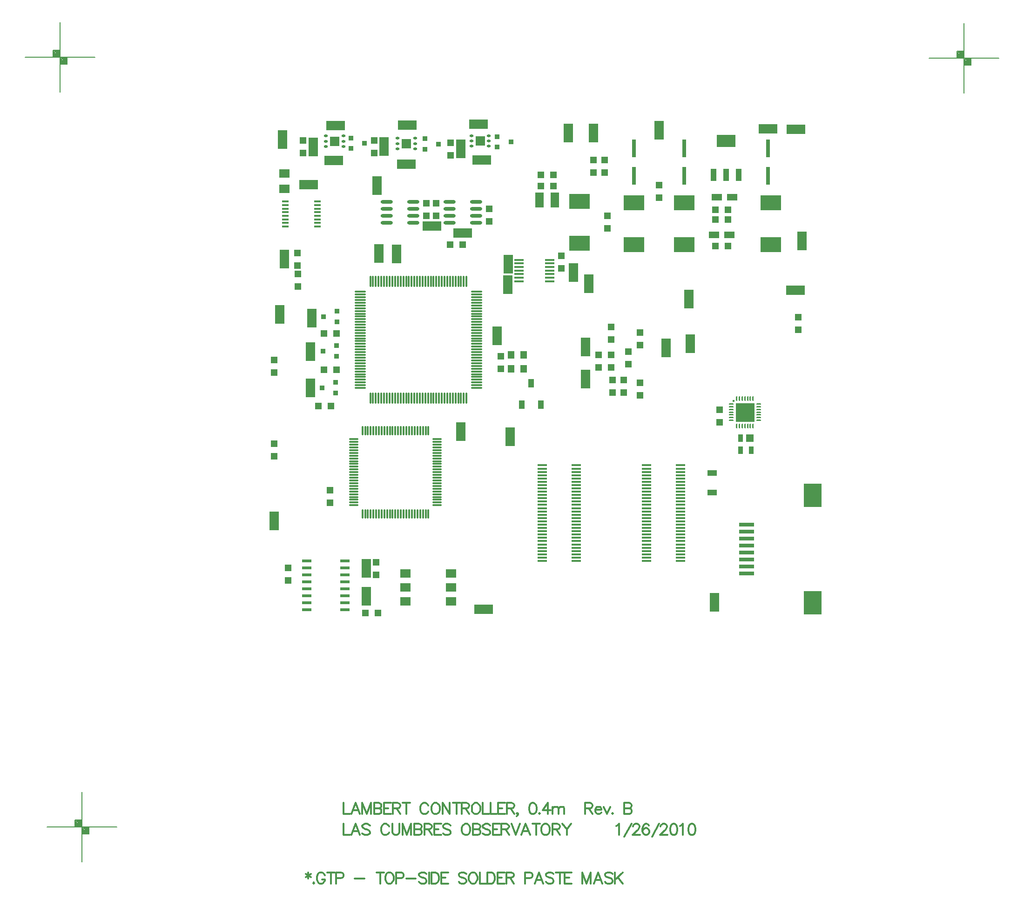
<source format=gtp>
%FSLAX23Y23*%
%MOIN*%
G70*
G01*
G75*
G04 Layer_Color=8421504*
%ADD10R,0.070X0.135*%
%ADD11R,0.067X0.014*%
%ADD12R,0.050X0.015*%
%ADD13R,0.039X0.059*%
%ADD14R,0.050X0.050*%
%ADD15R,0.035X0.053*%
%ADD16R,0.053X0.053*%
%ADD17R,0.050X0.050*%
%ADD18O,0.087X0.024*%
%ADD19R,0.135X0.070*%
%ADD20R,0.030X0.125*%
%ADD21R,0.078X0.048*%
%ADD22R,0.067X0.040*%
%ADD23R,0.037X0.035*%
%ADD24R,0.037X0.035*%
%ADD25R,0.065X0.012*%
%ADD26R,0.065X0.024*%
%ADD27R,0.075X0.063*%
%ADD28R,0.063X0.106*%
%ADD29R,0.150X0.110*%
%ADD30O,0.028X0.018*%
%ADD31R,0.067X0.067*%
%ADD32R,0.125X0.170*%
%ADD33R,0.110X0.030*%
%ADD34O,0.083X0.012*%
%ADD35O,0.012X0.083*%
%ADD36R,0.138X0.085*%
%ADD37R,0.043X0.085*%
%ADD38R,0.043X0.085*%
%ADD39R,0.047X0.055*%
%ADD40O,0.012X0.071*%
%ADD41O,0.071X0.012*%
%ADD42R,0.075X0.059*%
%ADD43R,0.017X0.017*%
%ADD44R,0.134X0.134*%
%ADD45O,0.010X0.035*%
%ADD46O,0.035X0.010*%
%ADD47C,0.010*%
%ADD48C,0.040*%
%ADD49C,0.075*%
%ADD50C,0.005*%
%ADD51C,0.020*%
%ADD52C,0.012*%
%ADD53C,0.008*%
%ADD54C,0.012*%
%ADD55C,0.012*%
%ADD56C,0.080*%
%ADD57R,0.080X0.080*%
%ADD58C,0.067*%
%ADD59C,0.060*%
%ADD60C,0.020*%
%ADD61C,0.059*%
%ADD62R,0.059X0.059*%
%ADD63C,0.157*%
%ADD64C,0.079*%
%ADD65C,0.087*%
%ADD66R,0.087X0.087*%
%ADD67C,0.250*%
%ADD68R,0.062X0.062*%
%ADD69C,0.062*%
%ADD70C,0.030*%
%ADD71C,0.024*%
%ADD72C,0.028*%
G04:AMPARAMS|DCode=73|XSize=100mil|YSize=100mil|CornerRadius=0mil|HoleSize=0mil|Usage=FLASHONLY|Rotation=0.000|XOffset=0mil|YOffset=0mil|HoleType=Round|Shape=Relief|Width=10mil|Gap=10mil|Entries=4|*
%AMTHD73*
7,0,0,0.100,0.080,0.010,45*
%
%ADD73THD73*%
%ADD74C,0.044*%
%ADD75C,0.059*%
%ADD76C,0.050*%
%ADD77C,0.030*%
%ADD78C,0.055*%
%ADD79C,0.111*%
%ADD80C,0.056*%
%ADD81C,0.147*%
%ADD82C,0.067*%
%ADD83C,0.140*%
%ADD84C,0.055*%
%ADD85C,0.036*%
%ADD86C,0.071*%
%ADD87C,0.130*%
%ADD88C,0.103*%
G04:AMPARAMS|DCode=89|XSize=70mil|YSize=70mil|CornerRadius=0mil|HoleSize=0mil|Usage=FLASHONLY|Rotation=0.000|XOffset=0mil|YOffset=0mil|HoleType=Round|Shape=Relief|Width=10mil|Gap=10mil|Entries=4|*
%AMTHD89*
7,0,0,0.070,0.050,0.010,45*
%
%ADD89THD89*%
%ADD90C,0.033*%
G04:AMPARAMS|DCode=91|XSize=90mil|YSize=90mil|CornerRadius=0mil|HoleSize=0mil|Usage=FLASHONLY|Rotation=0.000|XOffset=0mil|YOffset=0mil|HoleType=Round|Shape=Relief|Width=10mil|Gap=10mil|Entries=4|*
%AMTHD91*
7,0,0,0.090,0.070,0.010,45*
%
%ADD91THD91*%
G04:AMPARAMS|DCode=92|XSize=95.433mil|YSize=95.433mil|CornerRadius=0mil|HoleSize=0mil|Usage=FLASHONLY|Rotation=0.000|XOffset=0mil|YOffset=0mil|HoleType=Round|Shape=Relief|Width=10mil|Gap=10mil|Entries=4|*
%AMTHD92*
7,0,0,0.095,0.075,0.010,45*
%
%ADD92THD92*%
G04:AMPARAMS|DCode=93|XSize=150.551mil|YSize=150.551mil|CornerRadius=0mil|HoleSize=0mil|Usage=FLASHONLY|Rotation=0.000|XOffset=0mil|YOffset=0mil|HoleType=Round|Shape=Relief|Width=10mil|Gap=10mil|Entries=4|*
%AMTHD93*
7,0,0,0.151,0.131,0.010,45*
%
%ADD93THD93*%
G04:AMPARAMS|DCode=94|XSize=96.221mil|YSize=96.221mil|CornerRadius=0mil|HoleSize=0mil|Usage=FLASHONLY|Rotation=0.000|XOffset=0mil|YOffset=0mil|HoleType=Round|Shape=Relief|Width=10mil|Gap=10mil|Entries=4|*
%AMTHD94*
7,0,0,0.096,0.076,0.010,45*
%
%ADD94THD94*%
G04:AMPARAMS|DCode=95|XSize=107.244mil|YSize=107.244mil|CornerRadius=0mil|HoleSize=0mil|Usage=FLASHONLY|Rotation=0.000|XOffset=0mil|YOffset=0mil|HoleType=Round|Shape=Relief|Width=10mil|Gap=10mil|Entries=4|*
%AMTHD95*
7,0,0,0.107,0.087,0.010,45*
%
%ADD95THD95*%
G04:AMPARAMS|DCode=96|XSize=180mil|YSize=180mil|CornerRadius=0mil|HoleSize=0mil|Usage=FLASHONLY|Rotation=0.000|XOffset=0mil|YOffset=0mil|HoleType=Round|Shape=Relief|Width=10mil|Gap=10mil|Entries=4|*
%AMTHD96*
7,0,0,0.180,0.160,0.010,45*
%
%ADD96THD96*%
G04:AMPARAMS|DCode=97|XSize=95mil|YSize=95mil|CornerRadius=0mil|HoleSize=0mil|Usage=FLASHONLY|Rotation=0.000|XOffset=0mil|YOffset=0mil|HoleType=Round|Shape=Relief|Width=10mil|Gap=10mil|Entries=4|*
%AMTHD97*
7,0,0,0.095,0.075,0.010,45*
%
%ADD97THD97*%
G04:AMPARAMS|DCode=98|XSize=75.748mil|YSize=75.748mil|CornerRadius=0mil|HoleSize=0mil|Usage=FLASHONLY|Rotation=0.000|XOffset=0mil|YOffset=0mil|HoleType=Round|Shape=Relief|Width=10mil|Gap=10mil|Entries=4|*
%AMTHD98*
7,0,0,0.076,0.056,0.010,45*
%
%ADD98THD98*%
G04:AMPARAMS|DCode=99|XSize=111.181mil|YSize=111.181mil|CornerRadius=0mil|HoleSize=0mil|Usage=FLASHONLY|Rotation=0.000|XOffset=0mil|YOffset=0mil|HoleType=Round|Shape=Relief|Width=10mil|Gap=10mil|Entries=4|*
%AMTHD99*
7,0,0,0.111,0.091,0.010,45*
%
%ADD99THD99*%
G04:AMPARAMS|DCode=100|XSize=73mil|YSize=73mil|CornerRadius=0mil|HoleSize=0mil|Usage=FLASHONLY|Rotation=0.000|XOffset=0mil|YOffset=0mil|HoleType=Round|Shape=Relief|Width=10mil|Gap=10mil|Entries=4|*
%AMTHD100*
7,0,0,0.073,0.053,0.010,45*
%
%ADD100THD100*%
%ADD101O,0.091X0.028*%
%ADD102R,0.048X0.078*%
%ADD103R,0.200X0.040*%
%ADD104R,0.200X0.150*%
%ADD105R,0.106X0.150*%
%ADD106R,0.086X0.060*%
%ADD107R,0.130X0.094*%
%ADD108R,0.098X0.268*%
%ADD109R,0.035X0.037*%
%ADD110R,0.035X0.037*%
%ADD111C,0.010*%
%ADD112C,0.010*%
%ADD113C,0.007*%
%ADD114C,0.008*%
%ADD115C,0.024*%
%ADD116C,0.012*%
%ADD117C,0.012*%
%ADD118C,0.007*%
%ADD119R,0.280X0.130*%
D10*
X20094Y14852D02*
D03*
X21726Y12723D02*
D03*
X21630Y13447D02*
D03*
X20296Y13074D02*
D03*
X20306Y13574D02*
D03*
X20296Y13334D02*
D03*
X22178Y13900D02*
D03*
X20786Y14036D02*
D03*
X20911Y14034D02*
D03*
X20035Y12119D02*
D03*
X22289Y13820D02*
D03*
X23187Y11537D02*
D03*
X23004Y13709D02*
D03*
X23015Y13388D02*
D03*
X20694Y11778D02*
D03*
X22140Y14901D02*
D03*
X22320D02*
D03*
X22841Y13360D02*
D03*
X20694Y11578D02*
D03*
X22264Y13136D02*
D03*
Y13366D02*
D03*
X20316Y14801D02*
D03*
X20822Y14803D02*
D03*
X21370Y14785D02*
D03*
X20107Y13995D02*
D03*
X21708Y13814D02*
D03*
X21710Y13960D02*
D03*
X21371Y12759D02*
D03*
X20772Y14522D02*
D03*
X22790Y14921D02*
D03*
X23815Y14126D02*
D03*
X20075Y13601D02*
D03*
D11*
X21954Y12518D02*
D03*
Y12494D02*
D03*
Y12471D02*
D03*
Y12447D02*
D03*
Y12423D02*
D03*
Y12400D02*
D03*
Y12376D02*
D03*
Y12353D02*
D03*
Y12329D02*
D03*
Y12305D02*
D03*
Y12282D02*
D03*
Y12258D02*
D03*
Y12235D02*
D03*
Y12211D02*
D03*
Y12187D02*
D03*
Y12164D02*
D03*
Y12140D02*
D03*
Y12116D02*
D03*
Y12093D02*
D03*
Y12069D02*
D03*
Y12046D02*
D03*
Y12022D02*
D03*
Y11998D02*
D03*
Y11975D02*
D03*
Y11951D02*
D03*
Y11927D02*
D03*
Y11904D02*
D03*
Y11880D02*
D03*
Y11857D02*
D03*
Y11833D02*
D03*
X22198D02*
D03*
Y11857D02*
D03*
Y11880D02*
D03*
Y11904D02*
D03*
Y11927D02*
D03*
Y11951D02*
D03*
Y11975D02*
D03*
Y11998D02*
D03*
Y12022D02*
D03*
Y12046D02*
D03*
Y12069D02*
D03*
Y12093D02*
D03*
Y12116D02*
D03*
Y12140D02*
D03*
Y12164D02*
D03*
Y12187D02*
D03*
Y12211D02*
D03*
Y12235D02*
D03*
Y12258D02*
D03*
Y12282D02*
D03*
Y12305D02*
D03*
Y12329D02*
D03*
Y12353D02*
D03*
Y12376D02*
D03*
Y12400D02*
D03*
Y12423D02*
D03*
Y12447D02*
D03*
Y12471D02*
D03*
Y12494D02*
D03*
Y12518D02*
D03*
X22702Y11833D02*
D03*
X22946Y12518D02*
D03*
Y12494D02*
D03*
Y12471D02*
D03*
Y12447D02*
D03*
Y12423D02*
D03*
Y12400D02*
D03*
Y12376D02*
D03*
Y12353D02*
D03*
Y12329D02*
D03*
Y12305D02*
D03*
Y12282D02*
D03*
Y12258D02*
D03*
Y12235D02*
D03*
Y12211D02*
D03*
Y12187D02*
D03*
Y12164D02*
D03*
Y12140D02*
D03*
Y12116D02*
D03*
Y12093D02*
D03*
Y12069D02*
D03*
Y12046D02*
D03*
Y12022D02*
D03*
Y11998D02*
D03*
Y11975D02*
D03*
Y11951D02*
D03*
Y11927D02*
D03*
Y11904D02*
D03*
Y11880D02*
D03*
Y11857D02*
D03*
Y11833D02*
D03*
X22702Y11857D02*
D03*
Y11880D02*
D03*
Y11904D02*
D03*
Y11927D02*
D03*
Y11951D02*
D03*
Y11975D02*
D03*
Y11998D02*
D03*
Y12022D02*
D03*
Y12046D02*
D03*
Y12069D02*
D03*
Y12093D02*
D03*
Y12116D02*
D03*
Y12140D02*
D03*
Y12164D02*
D03*
Y12187D02*
D03*
Y12211D02*
D03*
Y12235D02*
D03*
Y12258D02*
D03*
Y12282D02*
D03*
Y12305D02*
D03*
Y12329D02*
D03*
Y12353D02*
D03*
Y12376D02*
D03*
Y12400D02*
D03*
Y12423D02*
D03*
Y12447D02*
D03*
Y12471D02*
D03*
Y12494D02*
D03*
Y12518D02*
D03*
D12*
X20114Y14408D02*
D03*
Y14383D02*
D03*
Y14357D02*
D03*
Y14332D02*
D03*
Y14306D02*
D03*
Y14281D02*
D03*
Y14255D02*
D03*
Y14229D02*
D03*
X20344Y14408D02*
D03*
Y14383D02*
D03*
Y14357D02*
D03*
Y14332D02*
D03*
Y14306D02*
D03*
Y14281D02*
D03*
Y14255D02*
D03*
Y14229D02*
D03*
D13*
X21945Y12954D02*
D03*
X21876Y13107D02*
D03*
X21807Y12954D02*
D03*
D14*
X20752Y14847D02*
D03*
Y14757D02*
D03*
X21576Y14357D02*
D03*
Y14267D02*
D03*
X21196Y14307D02*
D03*
Y14397D02*
D03*
X21126D02*
D03*
Y14307D02*
D03*
X22420Y14306D02*
D03*
Y14216D02*
D03*
X23789Y13580D02*
D03*
Y13490D02*
D03*
X20034Y13183D02*
D03*
Y13273D02*
D03*
X22320Y14616D02*
D03*
Y14706D02*
D03*
X20764Y11823D02*
D03*
Y11733D02*
D03*
X22458Y13128D02*
D03*
Y13038D02*
D03*
X23226Y12917D02*
D03*
Y12827D02*
D03*
X22790Y14436D02*
D03*
Y14526D02*
D03*
X22400Y14706D02*
D03*
Y14616D02*
D03*
X20205Y13800D02*
D03*
Y13890D02*
D03*
X22448Y13308D02*
D03*
Y13218D02*
D03*
X22538Y13038D02*
D03*
Y13128D02*
D03*
X22654Y13381D02*
D03*
Y13471D02*
D03*
X22570Y13243D02*
D03*
Y13333D02*
D03*
X22358Y13218D02*
D03*
Y13308D02*
D03*
X22654Y13111D02*
D03*
Y13021D02*
D03*
X20242Y14845D02*
D03*
Y14755D02*
D03*
X21299Y14831D02*
D03*
Y14741D02*
D03*
X20203Y14040D02*
D03*
Y13950D02*
D03*
X21658Y13208D02*
D03*
Y13298D02*
D03*
X22448Y13418D02*
D03*
Y13508D02*
D03*
X20034Y12583D02*
D03*
Y12673D02*
D03*
X20134Y11783D02*
D03*
Y11693D02*
D03*
X20435Y12249D02*
D03*
Y12339D02*
D03*
X22091Y14019D02*
D03*
Y13929D02*
D03*
D15*
X23376Y12714D02*
D03*
Y12627D02*
D03*
X23451D02*
D03*
D16*
X23443Y12714D02*
D03*
D17*
X20351Y12944D02*
D03*
X20441D02*
D03*
X20391Y13204D02*
D03*
X20481D02*
D03*
X20391Y13464D02*
D03*
X20481D02*
D03*
X23285Y14091D02*
D03*
X23195D02*
D03*
Y14351D02*
D03*
X23285D02*
D03*
X23195Y14281D02*
D03*
X23285D02*
D03*
X22035Y14521D02*
D03*
X21945D02*
D03*
X22035Y14601D02*
D03*
X21945D02*
D03*
X20689Y11458D02*
D03*
X20779D02*
D03*
X21384Y14098D02*
D03*
X21294D02*
D03*
D18*
X21030Y14257D02*
D03*
Y14307D02*
D03*
Y14357D02*
D03*
Y14407D02*
D03*
X20841Y14257D02*
D03*
Y14307D02*
D03*
Y14357D02*
D03*
Y14407D02*
D03*
X21480Y14257D02*
D03*
Y14307D02*
D03*
Y14357D02*
D03*
Y14407D02*
D03*
X21291Y14257D02*
D03*
Y14307D02*
D03*
Y14357D02*
D03*
Y14407D02*
D03*
D19*
X21386Y14182D02*
D03*
X21166Y14232D02*
D03*
X20475Y14953D02*
D03*
X23773Y14927D02*
D03*
X23769Y13774D02*
D03*
X20461Y14704D02*
D03*
X20983Y14677D02*
D03*
X21521Y14707D02*
D03*
X21497Y14963D02*
D03*
X20988Y14955D02*
D03*
X23570Y14931D02*
D03*
X20282Y14528D02*
D03*
X21536Y11487D02*
D03*
D20*
X22970Y14593D02*
D03*
Y14789D02*
D03*
X22610Y14593D02*
D03*
Y14789D02*
D03*
X23570Y14593D02*
D03*
Y14789D02*
D03*
D21*
X23295Y14171D02*
D03*
X23185D02*
D03*
X23205Y14441D02*
D03*
X23315D02*
D03*
D22*
X23173Y12464D02*
D03*
Y12322D02*
D03*
D23*
X20682Y14825D02*
D03*
X20584Y14863D02*
D03*
X21730Y14835D02*
D03*
X21632Y14873D02*
D03*
X20387Y13584D02*
D03*
X20485Y13547D02*
D03*
X21212Y14820D02*
D03*
X21114Y14858D02*
D03*
X20385Y13337D02*
D03*
X20483Y13300D02*
D03*
X20377Y13074D02*
D03*
X20475Y13037D02*
D03*
D24*
X20584Y14788D02*
D03*
X21632Y14798D02*
D03*
X20485Y13622D02*
D03*
X21114Y14783D02*
D03*
X20483Y13375D02*
D03*
X20475Y13112D02*
D03*
D25*
X21789Y13990D02*
D03*
Y13965D02*
D03*
Y13939D02*
D03*
Y13913D02*
D03*
Y13888D02*
D03*
Y13862D02*
D03*
Y13837D02*
D03*
X22007Y13990D02*
D03*
Y13965D02*
D03*
Y13939D02*
D03*
Y13913D02*
D03*
Y13888D02*
D03*
Y13862D02*
D03*
Y13837D02*
D03*
D26*
X20541Y11483D02*
D03*
Y11533D02*
D03*
Y11583D02*
D03*
Y11633D02*
D03*
Y11683D02*
D03*
Y11733D02*
D03*
Y11783D02*
D03*
Y11833D02*
D03*
X20267Y11483D02*
D03*
Y11533D02*
D03*
Y11583D02*
D03*
Y11633D02*
D03*
Y11683D02*
D03*
Y11733D02*
D03*
Y11783D02*
D03*
Y11833D02*
D03*
D27*
X20107Y14608D02*
D03*
Y14498D02*
D03*
D28*
X21935Y14421D02*
D03*
X22045D02*
D03*
D29*
X22220Y14411D02*
D03*
Y14111D02*
D03*
X23590Y14401D02*
D03*
Y14101D02*
D03*
X22970Y14401D02*
D03*
Y14101D02*
D03*
X22610Y14401D02*
D03*
Y14101D02*
D03*
D30*
X20406Y14879D02*
D03*
Y14841D02*
D03*
Y14804D02*
D03*
X20532D02*
D03*
Y14841D02*
D03*
Y14879D02*
D03*
X20919Y14862D02*
D03*
Y14824D02*
D03*
Y14787D02*
D03*
X21045D02*
D03*
Y14824D02*
D03*
Y14862D02*
D03*
X21447Y14880D02*
D03*
Y14842D02*
D03*
Y14805D02*
D03*
X21573D02*
D03*
Y14842D02*
D03*
Y14880D02*
D03*
D31*
X20469Y14841D02*
D03*
X20982Y14824D02*
D03*
X21510Y14842D02*
D03*
D32*
X23892Y11533D02*
D03*
Y12303D02*
D03*
D33*
X23417Y11743D02*
D03*
Y11793D02*
D03*
Y11843D02*
D03*
Y11893D02*
D03*
Y11943D02*
D03*
Y11993D02*
D03*
Y12043D02*
D03*
Y12093D02*
D03*
D34*
X21485Y13762D02*
D03*
Y13742D02*
D03*
Y13723D02*
D03*
Y13703D02*
D03*
Y13683D02*
D03*
Y13664D02*
D03*
Y13644D02*
D03*
Y13624D02*
D03*
Y13604D02*
D03*
Y13585D02*
D03*
Y13565D02*
D03*
Y13545D02*
D03*
Y13526D02*
D03*
Y13506D02*
D03*
Y13486D02*
D03*
Y13467D02*
D03*
Y13447D02*
D03*
Y13427D02*
D03*
Y13408D02*
D03*
Y13388D02*
D03*
Y13368D02*
D03*
Y13349D02*
D03*
Y13329D02*
D03*
Y13309D02*
D03*
Y13290D02*
D03*
Y13270D02*
D03*
Y13250D02*
D03*
Y13230D02*
D03*
Y13211D02*
D03*
Y13191D02*
D03*
Y13171D02*
D03*
Y13152D02*
D03*
Y13132D02*
D03*
Y13112D02*
D03*
Y13093D02*
D03*
Y13073D02*
D03*
X20651D02*
D03*
Y13093D02*
D03*
Y13112D02*
D03*
Y13132D02*
D03*
Y13152D02*
D03*
Y13171D02*
D03*
Y13191D02*
D03*
Y13211D02*
D03*
Y13230D02*
D03*
Y13250D02*
D03*
Y13270D02*
D03*
Y13290D02*
D03*
Y13309D02*
D03*
Y13329D02*
D03*
Y13349D02*
D03*
Y13368D02*
D03*
Y13388D02*
D03*
Y13408D02*
D03*
Y13427D02*
D03*
Y13447D02*
D03*
Y13467D02*
D03*
Y13486D02*
D03*
Y13506D02*
D03*
Y13526D02*
D03*
Y13545D02*
D03*
Y13565D02*
D03*
Y13585D02*
D03*
Y13604D02*
D03*
Y13624D02*
D03*
Y13644D02*
D03*
Y13664D02*
D03*
Y13683D02*
D03*
Y13703D02*
D03*
Y13723D02*
D03*
Y13742D02*
D03*
Y13762D02*
D03*
D35*
X21413Y13000D02*
D03*
X21393D02*
D03*
X21373D02*
D03*
X21354D02*
D03*
X21334D02*
D03*
X21314D02*
D03*
X21294D02*
D03*
X21275D02*
D03*
X21255D02*
D03*
X21235D02*
D03*
X21216D02*
D03*
X21196D02*
D03*
X21176D02*
D03*
X21157D02*
D03*
X21137D02*
D03*
X21117D02*
D03*
X21098D02*
D03*
X21078D02*
D03*
X21058D02*
D03*
X21039D02*
D03*
X21019D02*
D03*
X20999D02*
D03*
X20980D02*
D03*
X20960D02*
D03*
X20940D02*
D03*
X20920D02*
D03*
X20901D02*
D03*
X20881D02*
D03*
X20861D02*
D03*
X20842D02*
D03*
X20822D02*
D03*
X20802D02*
D03*
X20783D02*
D03*
X20763D02*
D03*
X20743D02*
D03*
X20724D02*
D03*
Y13835D02*
D03*
X20743D02*
D03*
X20763D02*
D03*
X20783D02*
D03*
X20802D02*
D03*
X20822D02*
D03*
X20842D02*
D03*
X20861D02*
D03*
X20881D02*
D03*
X20901D02*
D03*
X20920D02*
D03*
X20940D02*
D03*
X20960D02*
D03*
X20980D02*
D03*
X20999D02*
D03*
X21019D02*
D03*
X21039D02*
D03*
X21058D02*
D03*
X21078D02*
D03*
X21098D02*
D03*
X21117D02*
D03*
X21137D02*
D03*
X21157D02*
D03*
X21176D02*
D03*
X21196D02*
D03*
X21216D02*
D03*
X21235D02*
D03*
X21255D02*
D03*
X21275D02*
D03*
X21294D02*
D03*
X21314D02*
D03*
X21334D02*
D03*
X21354D02*
D03*
X21373D02*
D03*
X21393D02*
D03*
X21413D02*
D03*
D36*
X23270Y14844D02*
D03*
D37*
X23361Y14599D02*
D03*
X23180D02*
D03*
D38*
X23270D02*
D03*
D39*
X21822Y13311D02*
D03*
X21732D02*
D03*
Y13211D02*
D03*
X21822D02*
D03*
D40*
X20667Y12766D02*
D03*
X20687D02*
D03*
X20706D02*
D03*
X20726D02*
D03*
X20746D02*
D03*
X20765D02*
D03*
X20785D02*
D03*
X20805D02*
D03*
X20824D02*
D03*
X20844D02*
D03*
X20864D02*
D03*
X20883D02*
D03*
X20903D02*
D03*
X20923D02*
D03*
X20942D02*
D03*
X20962D02*
D03*
X20982D02*
D03*
X21002D02*
D03*
X21021D02*
D03*
X21041D02*
D03*
X21061D02*
D03*
X21080D02*
D03*
X21100D02*
D03*
X21120D02*
D03*
X21139D02*
D03*
Y12171D02*
D03*
X21120D02*
D03*
X21100D02*
D03*
X21080D02*
D03*
X21061D02*
D03*
X21041D02*
D03*
X21021D02*
D03*
X21002D02*
D03*
X20982D02*
D03*
X20962D02*
D03*
X20942D02*
D03*
X20923D02*
D03*
X20903D02*
D03*
X20883D02*
D03*
X20864D02*
D03*
X20844D02*
D03*
X20824D02*
D03*
X20805D02*
D03*
X20785D02*
D03*
X20765D02*
D03*
X20746D02*
D03*
X20726D02*
D03*
X20706D02*
D03*
X20687D02*
D03*
X20667D02*
D03*
D41*
X21200Y12705D02*
D03*
Y12685D02*
D03*
Y12665D02*
D03*
Y12646D02*
D03*
Y12626D02*
D03*
Y12606D02*
D03*
Y12587D02*
D03*
Y12567D02*
D03*
Y12547D02*
D03*
Y12528D02*
D03*
Y12508D02*
D03*
Y12488D02*
D03*
Y12468D02*
D03*
Y12449D02*
D03*
Y12429D02*
D03*
Y12409D02*
D03*
Y12390D02*
D03*
Y12370D02*
D03*
Y12350D02*
D03*
Y12331D02*
D03*
Y12311D02*
D03*
Y12291D02*
D03*
Y12272D02*
D03*
Y12252D02*
D03*
Y12232D02*
D03*
X20606D02*
D03*
Y12252D02*
D03*
Y12272D02*
D03*
Y12291D02*
D03*
Y12311D02*
D03*
Y12331D02*
D03*
Y12350D02*
D03*
Y12370D02*
D03*
Y12390D02*
D03*
Y12409D02*
D03*
Y12429D02*
D03*
Y12449D02*
D03*
Y12468D02*
D03*
Y12488D02*
D03*
Y12508D02*
D03*
Y12528D02*
D03*
Y12547D02*
D03*
Y12567D02*
D03*
Y12587D02*
D03*
Y12606D02*
D03*
Y12626D02*
D03*
Y12646D02*
D03*
Y12665D02*
D03*
Y12685D02*
D03*
Y12705D02*
D03*
D42*
X21301Y11543D02*
D03*
Y11643D02*
D03*
Y11743D02*
D03*
X20974Y11543D02*
D03*
Y11643D02*
D03*
Y11743D02*
D03*
D43*
X23324Y12980D02*
D03*
D44*
X23407Y12897D02*
D03*
D45*
X23348Y12996D02*
D03*
X23368D02*
D03*
X23387D02*
D03*
X23407D02*
D03*
X23427D02*
D03*
X23446D02*
D03*
X23466D02*
D03*
Y12799D02*
D03*
X23446D02*
D03*
X23427D02*
D03*
X23407D02*
D03*
X23387D02*
D03*
X23368D02*
D03*
X23348D02*
D03*
D46*
X23506Y12957D02*
D03*
Y12937D02*
D03*
Y12917D02*
D03*
Y12897D02*
D03*
Y12878D02*
D03*
Y12858D02*
D03*
Y12838D02*
D03*
X23309D02*
D03*
Y12858D02*
D03*
Y12878D02*
D03*
Y12897D02*
D03*
Y12917D02*
D03*
Y12937D02*
D03*
Y12957D02*
D03*
D53*
X24726Y15436D02*
X25226D01*
X24976Y15186D02*
Y15686D01*
X24926Y15486D02*
X24926Y15436D01*
X24926Y15486D02*
X24976Y15486D01*
X25026Y15436D02*
X25026Y15386D01*
X24976Y15386D02*
X25026Y15386D01*
X24981Y15431D02*
X25021D01*
Y15391D02*
Y15431D01*
X24981Y15391D02*
X25021D01*
X24981D02*
Y15431D01*
X24986Y15426D02*
X25016D01*
Y15396D02*
Y15426D01*
X24986Y15396D02*
X25016D01*
X24986D02*
Y15421D01*
X24991D02*
X25011D01*
X25011Y15401D01*
X24991Y15401D02*
X25011Y15401D01*
X24991Y15401D02*
Y15416D01*
X24996Y15416D02*
X25006Y15416D01*
Y15406D02*
Y15416D01*
X24996Y15406D02*
X25006D01*
X24996D02*
X24996Y15416D01*
Y15411D02*
X25006D01*
X24931Y15481D02*
X24971D01*
Y15441D02*
Y15481D01*
X24931Y15441D02*
X24971D01*
X24931D02*
Y15481D01*
X24936Y15476D02*
X24966D01*
Y15446D02*
Y15476D01*
X24936Y15446D02*
X24966D01*
X24936D02*
Y15471D01*
X24941D02*
X24961Y15471D01*
Y15451D02*
Y15471D01*
X24941Y15451D02*
X24961D01*
X24941D02*
Y15466D01*
X24946D02*
X24956D01*
X24956Y15456D02*
X24956Y15466D01*
X24946Y15456D02*
X24956Y15456D01*
X24946Y15456D02*
Y15466D01*
Y15461D02*
X24956D01*
X18250Y15444D02*
X18750D01*
X18500Y15194D02*
Y15694D01*
X18450Y15494D02*
X18450Y15444D01*
X18450Y15494D02*
X18500Y15494D01*
X18550Y15444D02*
X18550Y15394D01*
X18500Y15394D02*
X18550Y15394D01*
X18505Y15439D02*
X18545D01*
Y15399D02*
Y15439D01*
X18505Y15399D02*
X18545D01*
X18505D02*
Y15439D01*
X18510Y15434D02*
X18540D01*
Y15404D02*
Y15434D01*
X18510Y15404D02*
X18540D01*
X18510D02*
Y15429D01*
X18515D02*
X18535D01*
X18535Y15409D01*
X18515Y15409D02*
X18535Y15409D01*
X18515Y15409D02*
Y15424D01*
X18520Y15424D02*
X18530Y15424D01*
Y15414D02*
Y15424D01*
X18520Y15414D02*
X18530D01*
X18520D02*
X18520Y15424D01*
Y15419D02*
X18530D01*
X18455Y15489D02*
X18495D01*
Y15449D02*
Y15489D01*
X18455Y15449D02*
X18495D01*
X18455D02*
Y15489D01*
X18460Y15484D02*
X18490D01*
Y15454D02*
Y15484D01*
X18460Y15454D02*
X18490D01*
X18460D02*
Y15479D01*
X18465D02*
X18485Y15479D01*
Y15459D02*
Y15479D01*
X18465Y15459D02*
X18485D01*
X18465D02*
Y15474D01*
X18470D02*
X18480D01*
X18480Y15464D02*
X18480Y15474D01*
X18470Y15464D02*
X18480Y15464D01*
X18470Y15464D02*
Y15474D01*
Y15469D02*
X18480D01*
X18407Y9927D02*
X18907D01*
X18657Y9677D02*
Y10177D01*
X18607Y9977D02*
X18607Y9927D01*
X18607Y9977D02*
X18657Y9977D01*
X18707Y9927D02*
X18707Y9877D01*
X18657Y9877D02*
X18707Y9877D01*
X18662Y9922D02*
X18702D01*
Y9882D02*
Y9922D01*
X18662Y9882D02*
X18702D01*
X18662D02*
Y9922D01*
X18667Y9917D02*
X18697D01*
Y9887D02*
Y9917D01*
X18667Y9887D02*
X18697D01*
X18667D02*
Y9912D01*
X18672D02*
X18692D01*
X18692Y9892D01*
X18672Y9892D02*
X18692Y9892D01*
X18672Y9892D02*
Y9907D01*
X18677Y9907D02*
X18687Y9907D01*
Y9897D02*
Y9907D01*
X18677Y9897D02*
X18687D01*
X18677D02*
X18677Y9907D01*
Y9902D02*
X18687D01*
X18612Y9972D02*
X18652D01*
Y9932D02*
Y9972D01*
X18612Y9932D02*
X18652D01*
X18612D02*
Y9972D01*
X18617Y9967D02*
X18647D01*
Y9937D02*
Y9967D01*
X18617Y9937D02*
X18647D01*
X18617D02*
Y9962D01*
X18622D02*
X18642Y9962D01*
Y9942D02*
Y9962D01*
X18622Y9942D02*
X18642D01*
X18622D02*
Y9957D01*
X18627D02*
X18637D01*
X18637Y9947D02*
X18637Y9957D01*
X18627Y9947D02*
X18637Y9947D01*
X18627Y9947D02*
Y9957D01*
Y9952D02*
X18637D01*
D54*
X20532Y9948D02*
Y9868D01*
X20578D01*
X20648D02*
X20617Y9948D01*
X20587Y9868D01*
X20598Y9895D02*
X20636D01*
X20720Y9937D02*
X20712Y9944D01*
X20700Y9948D01*
X20685D01*
X20674Y9944D01*
X20666Y9937D01*
Y9929D01*
X20670Y9921D01*
X20674Y9918D01*
X20681Y9914D01*
X20704Y9906D01*
X20712Y9902D01*
X20716Y9899D01*
X20720Y9891D01*
Y9879D01*
X20712Y9872D01*
X20700Y9868D01*
X20685D01*
X20674Y9872D01*
X20666Y9879D01*
X20857Y9929D02*
X20854Y9937D01*
X20846Y9944D01*
X20838Y9948D01*
X20823D01*
X20816Y9944D01*
X20808Y9937D01*
X20804Y9929D01*
X20800Y9918D01*
Y9899D01*
X20804Y9887D01*
X20808Y9879D01*
X20816Y9872D01*
X20823Y9868D01*
X20838D01*
X20846Y9872D01*
X20854Y9879D01*
X20857Y9887D01*
X20880Y9948D02*
Y9891D01*
X20884Y9879D01*
X20891Y9872D01*
X20903Y9868D01*
X20910D01*
X20922Y9872D01*
X20929Y9879D01*
X20933Y9891D01*
Y9948D01*
X20955D02*
Y9868D01*
Y9948D02*
X20986Y9868D01*
X21016Y9948D02*
X20986Y9868D01*
X21016Y9948D02*
Y9868D01*
X21039Y9948D02*
Y9868D01*
Y9948D02*
X21073D01*
X21085Y9944D01*
X21089Y9940D01*
X21092Y9933D01*
Y9925D01*
X21089Y9918D01*
X21085Y9914D01*
X21073Y9910D01*
X21039D02*
X21073D01*
X21085Y9906D01*
X21089Y9902D01*
X21092Y9895D01*
Y9883D01*
X21089Y9876D01*
X21085Y9872D01*
X21073Y9868D01*
X21039D01*
X21110Y9948D02*
Y9868D01*
Y9948D02*
X21145D01*
X21156Y9944D01*
X21160Y9940D01*
X21164Y9933D01*
Y9925D01*
X21160Y9918D01*
X21156Y9914D01*
X21145Y9910D01*
X21110D01*
X21137D02*
X21164Y9868D01*
X21231Y9948D02*
X21182D01*
Y9868D01*
X21231D01*
X21182Y9910D02*
X21212D01*
X21298Y9937D02*
X21290Y9944D01*
X21279Y9948D01*
X21263D01*
X21252Y9944D01*
X21244Y9937D01*
Y9929D01*
X21248Y9921D01*
X21252Y9918D01*
X21260Y9914D01*
X21282Y9906D01*
X21290Y9902D01*
X21294Y9899D01*
X21298Y9891D01*
Y9879D01*
X21290Y9872D01*
X21279Y9868D01*
X21263D01*
X21252Y9872D01*
X21244Y9879D01*
X21401Y9948D02*
X21394Y9944D01*
X21386Y9937D01*
X21382Y9929D01*
X21378Y9918D01*
Y9899D01*
X21382Y9887D01*
X21386Y9879D01*
X21394Y9872D01*
X21401Y9868D01*
X21417D01*
X21424Y9872D01*
X21432Y9879D01*
X21436Y9887D01*
X21439Y9899D01*
Y9918D01*
X21436Y9929D01*
X21432Y9937D01*
X21424Y9944D01*
X21417Y9948D01*
X21401D01*
X21458D02*
Y9868D01*
Y9948D02*
X21492D01*
X21504Y9944D01*
X21508Y9940D01*
X21511Y9933D01*
Y9925D01*
X21508Y9918D01*
X21504Y9914D01*
X21492Y9910D01*
X21458D02*
X21492D01*
X21504Y9906D01*
X21508Y9902D01*
X21511Y9895D01*
Y9883D01*
X21508Y9876D01*
X21504Y9872D01*
X21492Y9868D01*
X21458D01*
X21583Y9937D02*
X21575Y9944D01*
X21564Y9948D01*
X21548D01*
X21537Y9944D01*
X21529Y9937D01*
Y9929D01*
X21533Y9921D01*
X21537Y9918D01*
X21544Y9914D01*
X21567Y9906D01*
X21575Y9902D01*
X21579Y9899D01*
X21583Y9891D01*
Y9879D01*
X21575Y9872D01*
X21564Y9868D01*
X21548D01*
X21537Y9872D01*
X21529Y9879D01*
X21650Y9948D02*
X21600D01*
Y9868D01*
X21650D01*
X21600Y9910D02*
X21631D01*
X21663Y9948D02*
Y9868D01*
Y9948D02*
X21698D01*
X21709Y9944D01*
X21713Y9940D01*
X21717Y9933D01*
Y9925D01*
X21713Y9918D01*
X21709Y9914D01*
X21698Y9910D01*
X21663D01*
X21690D02*
X21717Y9868D01*
X21735Y9948D02*
X21765Y9868D01*
X21795Y9948D02*
X21765Y9868D01*
X21867D02*
X21836Y9948D01*
X21806Y9868D01*
X21817Y9895D02*
X21855D01*
X21912Y9948D02*
Y9868D01*
X21885Y9948D02*
X21939D01*
X21971D02*
X21963Y9944D01*
X21956Y9937D01*
X21952Y9929D01*
X21948Y9918D01*
Y9899D01*
X21952Y9887D01*
X21956Y9879D01*
X21963Y9872D01*
X21971Y9868D01*
X21986D01*
X21994Y9872D01*
X22002Y9879D01*
X22005Y9887D01*
X22009Y9899D01*
Y9918D01*
X22005Y9929D01*
X22002Y9937D01*
X21994Y9944D01*
X21986Y9948D01*
X21971D01*
X22028D02*
Y9868D01*
Y9948D02*
X22062D01*
X22074Y9944D01*
X22077Y9940D01*
X22081Y9933D01*
Y9925D01*
X22077Y9918D01*
X22074Y9914D01*
X22062Y9910D01*
X22028D01*
X22054D02*
X22081Y9868D01*
X22099Y9948D02*
X22130Y9910D01*
Y9868D01*
X22160Y9948D02*
X22130Y9910D01*
X22484Y9933D02*
X22492Y9937D01*
X22504Y9948D01*
Y9868D01*
X22543Y9857D02*
X22596Y9948D01*
X22606Y9929D02*
Y9933D01*
X22609Y9940D01*
X22613Y9944D01*
X22621Y9948D01*
X22636D01*
X22644Y9944D01*
X22647Y9940D01*
X22651Y9933D01*
Y9925D01*
X22647Y9918D01*
X22640Y9906D01*
X22602Y9868D01*
X22655D01*
X22719Y9937D02*
X22715Y9944D01*
X22703Y9948D01*
X22696D01*
X22684Y9944D01*
X22677Y9933D01*
X22673Y9914D01*
Y9895D01*
X22677Y9879D01*
X22684Y9872D01*
X22696Y9868D01*
X22700D01*
X22711Y9872D01*
X22719Y9879D01*
X22723Y9891D01*
Y9895D01*
X22719Y9906D01*
X22711Y9914D01*
X22700Y9918D01*
X22696D01*
X22684Y9914D01*
X22677Y9906D01*
X22673Y9895D01*
X22740Y9857D02*
X22793Y9948D01*
X22803Y9929D02*
Y9933D01*
X22806Y9940D01*
X22810Y9944D01*
X22818Y9948D01*
X22833D01*
X22841Y9944D01*
X22844Y9940D01*
X22848Y9933D01*
Y9925D01*
X22844Y9918D01*
X22837Y9906D01*
X22799Y9868D01*
X22852D01*
X22893Y9948D02*
X22881Y9944D01*
X22874Y9933D01*
X22870Y9914D01*
Y9902D01*
X22874Y9883D01*
X22881Y9872D01*
X22893Y9868D01*
X22900D01*
X22912Y9872D01*
X22919Y9883D01*
X22923Y9902D01*
Y9914D01*
X22919Y9933D01*
X22912Y9944D01*
X22900Y9948D01*
X22893D01*
X22941Y9933D02*
X22949Y9937D01*
X22960Y9948D01*
Y9868D01*
X23023Y9948D02*
X23011Y9944D01*
X23004Y9933D01*
X23000Y9914D01*
Y9902D01*
X23004Y9883D01*
X23011Y9872D01*
X23023Y9868D01*
X23030D01*
X23042Y9872D01*
X23049Y9883D01*
X23053Y9902D01*
Y9914D01*
X23049Y9933D01*
X23042Y9944D01*
X23030Y9948D01*
X23023D01*
D55*
X20279Y9600D02*
Y9555D01*
X20260Y9589D02*
X20298Y9566D01*
Y9589D02*
X20260Y9566D01*
X20318Y9528D02*
X20315Y9524D01*
X20318Y9520D01*
X20322Y9524D01*
X20318Y9528D01*
X20397Y9581D02*
X20393Y9589D01*
X20385Y9597D01*
X20378Y9600D01*
X20363D01*
X20355Y9597D01*
X20347Y9589D01*
X20344Y9581D01*
X20340Y9570D01*
Y9551D01*
X20344Y9539D01*
X20347Y9532D01*
X20355Y9524D01*
X20363Y9520D01*
X20378D01*
X20385Y9524D01*
X20393Y9532D01*
X20397Y9539D01*
Y9551D01*
X20378D02*
X20397D01*
X20442Y9600D02*
Y9520D01*
X20415Y9600D02*
X20468D01*
X20478Y9559D02*
X20512D01*
X20524Y9562D01*
X20527Y9566D01*
X20531Y9574D01*
Y9585D01*
X20527Y9593D01*
X20524Y9597D01*
X20512Y9600D01*
X20478D01*
Y9520D01*
X20612Y9555D02*
X20681D01*
X20794Y9600D02*
Y9520D01*
X20767Y9600D02*
X20820D01*
X20853D02*
X20845Y9597D01*
X20837Y9589D01*
X20834Y9581D01*
X20830Y9570D01*
Y9551D01*
X20834Y9539D01*
X20837Y9532D01*
X20845Y9524D01*
X20853Y9520D01*
X20868D01*
X20876Y9524D01*
X20883Y9532D01*
X20887Y9539D01*
X20891Y9551D01*
Y9570D01*
X20887Y9581D01*
X20883Y9589D01*
X20876Y9597D01*
X20868Y9600D01*
X20853D01*
X20909Y9559D02*
X20944D01*
X20955Y9562D01*
X20959Y9566D01*
X20963Y9574D01*
Y9585D01*
X20959Y9593D01*
X20955Y9597D01*
X20944Y9600D01*
X20909D01*
Y9520D01*
X20981Y9555D02*
X21049D01*
X21126Y9589D02*
X21119Y9597D01*
X21107Y9600D01*
X21092D01*
X21080Y9597D01*
X21073Y9589D01*
Y9581D01*
X21077Y9574D01*
X21080Y9570D01*
X21088Y9566D01*
X21111Y9559D01*
X21119Y9555D01*
X21122Y9551D01*
X21126Y9543D01*
Y9532D01*
X21119Y9524D01*
X21107Y9520D01*
X21092D01*
X21080Y9524D01*
X21073Y9532D01*
X21144Y9600D02*
Y9520D01*
X21161Y9600D02*
Y9520D01*
Y9600D02*
X21188D01*
X21199Y9597D01*
X21207Y9589D01*
X21210Y9581D01*
X21214Y9570D01*
Y9551D01*
X21210Y9539D01*
X21207Y9532D01*
X21199Y9524D01*
X21188Y9520D01*
X21161D01*
X21282Y9600D02*
X21232D01*
Y9520D01*
X21282D01*
X21232Y9562D02*
X21263D01*
X21411Y9589D02*
X21403Y9597D01*
X21392Y9600D01*
X21377D01*
X21365Y9597D01*
X21358Y9589D01*
Y9581D01*
X21362Y9574D01*
X21365Y9570D01*
X21373Y9566D01*
X21396Y9559D01*
X21403Y9555D01*
X21407Y9551D01*
X21411Y9543D01*
Y9532D01*
X21403Y9524D01*
X21392Y9520D01*
X21377D01*
X21365Y9524D01*
X21358Y9532D01*
X21452Y9600D02*
X21444Y9597D01*
X21437Y9589D01*
X21433Y9581D01*
X21429Y9570D01*
Y9551D01*
X21433Y9539D01*
X21437Y9532D01*
X21444Y9524D01*
X21452Y9520D01*
X21467D01*
X21475Y9524D01*
X21482Y9532D01*
X21486Y9539D01*
X21490Y9551D01*
Y9570D01*
X21486Y9581D01*
X21482Y9589D01*
X21475Y9597D01*
X21467Y9600D01*
X21452D01*
X21509D02*
Y9520D01*
X21554D01*
X21563Y9600D02*
Y9520D01*
Y9600D02*
X21590D01*
X21601Y9597D01*
X21609Y9589D01*
X21613Y9581D01*
X21616Y9570D01*
Y9551D01*
X21613Y9539D01*
X21609Y9532D01*
X21601Y9524D01*
X21590Y9520D01*
X21563D01*
X21684Y9600D02*
X21634D01*
Y9520D01*
X21684D01*
X21634Y9562D02*
X21665D01*
X21697Y9600D02*
Y9520D01*
Y9600D02*
X21731D01*
X21743Y9597D01*
X21747Y9593D01*
X21750Y9585D01*
Y9578D01*
X21747Y9570D01*
X21743Y9566D01*
X21731Y9562D01*
X21697D01*
X21724D02*
X21750Y9520D01*
X21831Y9559D02*
X21865D01*
X21877Y9562D01*
X21881Y9566D01*
X21885Y9574D01*
Y9585D01*
X21881Y9593D01*
X21877Y9597D01*
X21865Y9600D01*
X21831D01*
Y9520D01*
X21963D02*
X21933Y9600D01*
X21902Y9520D01*
X21914Y9547D02*
X21952D01*
X22035Y9589D02*
X22028Y9597D01*
X22016Y9600D01*
X22001D01*
X21990Y9597D01*
X21982Y9589D01*
Y9581D01*
X21986Y9574D01*
X21990Y9570D01*
X21997Y9566D01*
X22020Y9559D01*
X22028Y9555D01*
X22032Y9551D01*
X22035Y9543D01*
Y9532D01*
X22028Y9524D01*
X22016Y9520D01*
X22001D01*
X21990Y9524D01*
X21982Y9532D01*
X22080Y9600D02*
Y9520D01*
X22053Y9600D02*
X22107D01*
X22166D02*
X22116D01*
Y9520D01*
X22166D01*
X22116Y9562D02*
X22147D01*
X22242Y9600D02*
Y9520D01*
Y9600D02*
X22272Y9520D01*
X22303Y9600D02*
X22272Y9520D01*
X22303Y9600D02*
Y9520D01*
X22386D02*
X22356Y9600D01*
X22326Y9520D01*
X22337Y9547D02*
X22375D01*
X22458Y9589D02*
X22451Y9597D01*
X22439Y9600D01*
X22424D01*
X22413Y9597D01*
X22405Y9589D01*
Y9581D01*
X22409Y9574D01*
X22413Y9570D01*
X22420Y9566D01*
X22443Y9559D01*
X22451Y9555D01*
X22455Y9551D01*
X22458Y9543D01*
Y9532D01*
X22451Y9524D01*
X22439Y9520D01*
X22424D01*
X22413Y9524D01*
X22405Y9532D01*
X22476Y9600D02*
Y9520D01*
X22530Y9600D02*
X22476Y9547D01*
X22495Y9566D02*
X22530Y9520D01*
X20532Y10098D02*
Y10018D01*
X20578D01*
X20648D02*
X20617Y10098D01*
X20587Y10018D01*
X20598Y10045D02*
X20636D01*
X20666Y10098D02*
Y10018D01*
Y10098D02*
X20697Y10018D01*
X20727Y10098D02*
X20697Y10018D01*
X20727Y10098D02*
Y10018D01*
X20750Y10098D02*
Y10018D01*
Y10098D02*
X20784D01*
X20796Y10094D01*
X20800Y10090D01*
X20803Y10083D01*
Y10075D01*
X20800Y10068D01*
X20796Y10064D01*
X20784Y10060D01*
X20750D02*
X20784D01*
X20796Y10056D01*
X20800Y10052D01*
X20803Y10045D01*
Y10033D01*
X20800Y10026D01*
X20796Y10022D01*
X20784Y10018D01*
X20750D01*
X20871Y10098D02*
X20821D01*
Y10018D01*
X20871D01*
X20821Y10060D02*
X20852D01*
X20884Y10098D02*
Y10018D01*
Y10098D02*
X20918D01*
X20930Y10094D01*
X20934Y10090D01*
X20937Y10083D01*
Y10075D01*
X20934Y10068D01*
X20930Y10064D01*
X20918Y10060D01*
X20884D01*
X20911D02*
X20937Y10018D01*
X20982Y10098D02*
Y10018D01*
X20955Y10098D02*
X21009D01*
X21138Y10079D02*
X21134Y10087D01*
X21127Y10094D01*
X21119Y10098D01*
X21104D01*
X21096Y10094D01*
X21089Y10087D01*
X21085Y10079D01*
X21081Y10068D01*
Y10049D01*
X21085Y10037D01*
X21089Y10029D01*
X21096Y10022D01*
X21104Y10018D01*
X21119D01*
X21127Y10022D01*
X21134Y10029D01*
X21138Y10037D01*
X21183Y10098D02*
X21176Y10094D01*
X21168Y10087D01*
X21164Y10079D01*
X21161Y10068D01*
Y10049D01*
X21164Y10037D01*
X21168Y10029D01*
X21176Y10022D01*
X21183Y10018D01*
X21199D01*
X21206Y10022D01*
X21214Y10029D01*
X21218Y10037D01*
X21222Y10049D01*
Y10068D01*
X21218Y10079D01*
X21214Y10087D01*
X21206Y10094D01*
X21199Y10098D01*
X21183D01*
X21240D02*
Y10018D01*
Y10098D02*
X21293Y10018D01*
Y10098D02*
Y10018D01*
X21342Y10098D02*
Y10018D01*
X21316Y10098D02*
X21369D01*
X21378D02*
Y10018D01*
Y10098D02*
X21413D01*
X21424Y10094D01*
X21428Y10090D01*
X21432Y10083D01*
Y10075D01*
X21428Y10068D01*
X21424Y10064D01*
X21413Y10060D01*
X21378D01*
X21405D02*
X21432Y10018D01*
X21473Y10098D02*
X21465Y10094D01*
X21457Y10087D01*
X21453Y10079D01*
X21450Y10068D01*
Y10049D01*
X21453Y10037D01*
X21457Y10029D01*
X21465Y10022D01*
X21473Y10018D01*
X21488D01*
X21495Y10022D01*
X21503Y10029D01*
X21507Y10037D01*
X21511Y10049D01*
Y10068D01*
X21507Y10079D01*
X21503Y10087D01*
X21495Y10094D01*
X21488Y10098D01*
X21473D01*
X21529D02*
Y10018D01*
X21575D01*
X21584Y10098D02*
Y10018D01*
X21629D01*
X21688Y10098D02*
X21638D01*
Y10018D01*
X21688D01*
X21638Y10060D02*
X21669D01*
X21701Y10098D02*
Y10018D01*
Y10098D02*
X21735D01*
X21747Y10094D01*
X21751Y10090D01*
X21754Y10083D01*
Y10075D01*
X21751Y10068D01*
X21747Y10064D01*
X21735Y10060D01*
X21701D01*
X21728D02*
X21754Y10018D01*
X21780Y10022D02*
X21776Y10018D01*
X21772Y10022D01*
X21776Y10026D01*
X21780Y10022D01*
Y10014D01*
X21776Y10007D01*
X21772Y10003D01*
X21883Y10098D02*
X21872Y10094D01*
X21864Y10083D01*
X21860Y10064D01*
Y10052D01*
X21864Y10033D01*
X21872Y10022D01*
X21883Y10018D01*
X21891D01*
X21902Y10022D01*
X21910Y10033D01*
X21914Y10052D01*
Y10064D01*
X21910Y10083D01*
X21902Y10094D01*
X21891Y10098D01*
X21883D01*
X21935Y10026D02*
X21931Y10022D01*
X21935Y10018D01*
X21939Y10022D01*
X21935Y10026D01*
X21995Y10098D02*
X21957Y10045D01*
X22014D01*
X21995Y10098D02*
Y10018D01*
X22028Y10071D02*
Y10018D01*
Y10056D02*
X22039Y10068D01*
X22047Y10071D01*
X22058D01*
X22066Y10068D01*
X22070Y10056D01*
Y10018D01*
Y10056D02*
X22081Y10068D01*
X22089Y10071D01*
X22100D01*
X22108Y10068D01*
X22112Y10056D01*
Y10018D01*
X22262Y10098D02*
Y10018D01*
Y10098D02*
X22297D01*
X22308Y10094D01*
X22312Y10090D01*
X22316Y10083D01*
Y10075D01*
X22312Y10068D01*
X22308Y10064D01*
X22297Y10060D01*
X22262D01*
X22289D02*
X22316Y10018D01*
X22334Y10049D02*
X22379D01*
Y10056D01*
X22376Y10064D01*
X22372Y10068D01*
X22364Y10071D01*
X22353D01*
X22345Y10068D01*
X22337Y10060D01*
X22334Y10049D01*
Y10041D01*
X22337Y10029D01*
X22345Y10022D01*
X22353Y10018D01*
X22364D01*
X22372Y10022D01*
X22379Y10029D01*
X22396Y10071D02*
X22419Y10018D01*
X22442Y10071D02*
X22419Y10018D01*
X22459Y10026D02*
X22455Y10022D01*
X22459Y10018D01*
X22463Y10022D01*
X22459Y10026D01*
X22543Y10098D02*
Y10018D01*
Y10098D02*
X22577D01*
X22589Y10094D01*
X22593Y10090D01*
X22596Y10083D01*
Y10075D01*
X22593Y10068D01*
X22589Y10064D01*
X22577Y10060D01*
X22543D02*
X22577D01*
X22589Y10056D01*
X22593Y10052D01*
X22596Y10045D01*
Y10033D01*
X22593Y10026D01*
X22589Y10022D01*
X22577Y10018D01*
X22543D01*
M02*

</source>
